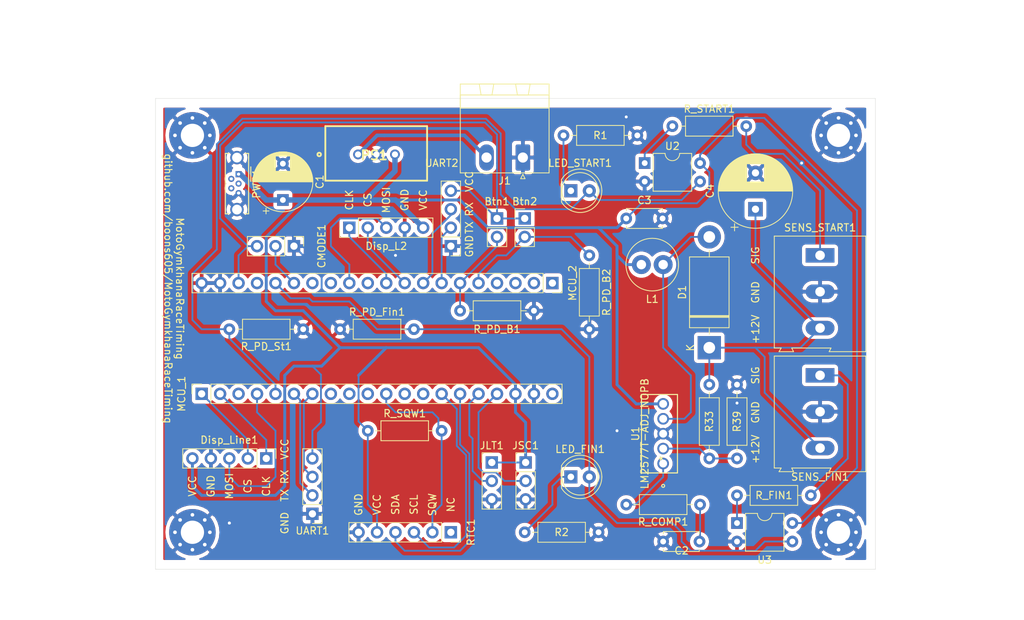
<source format=kicad_pcb>
(kicad_pcb (version 20171130) (host pcbnew "(5.1.6)-1")
  (title_block (title "Moto Gymkhana Race Timing main board") (date 2020-06-23) (rev 2) (company https://github.com/boons605/MotoGymkhanaRaceTiming))
  (layers (0 F.Cu signal hide) (31 B.Cu signal) (34 B.Paste user) (35 F.Paste user) (36 B.SilkS user) (37 F.SilkS user) (38 B.Mask user) (39 F.Mask user) (44 Edge.Cuts user))
  (net 0 "")
  (net 1 "Net-(C2-Pad2)")
  (net 2 "Net-(D1-Pad2)")
  (net 3 "Net-(Disp_L2-Pad3)")
  (net 4 "Net-(Disp_L2-Pad2)")
  (net 5 "Net-(Disp_L2-Pad1)")
  (net 6 "Net-(Disp_Line1-Pad3)")
  (net 7 "Net-(Disp_Line1-Pad2)")
  (net 8 "Net-(Disp_Line1-Pad1)")
  (net 9 "Net-(LED_FIN1-Pad2)")
  (net 10 "Net-(LED_FIN1-Pad1)")
  (net 11 "Net-(LED_START1-Pad2)")
  (net 12 "Net-(LED_START1-Pad1)")
  (net 13 "Net-(MCU_1-Pad20)")
  (net 14 "Net-(MCU_1-Pad15)")
  (net 15 "Net-(MCU_1-Pad14)")
  (net 16 "Net-(MCU_1-Pad13)")
  (net 17 "Net-(MCU_1-Pad12)")
  (net 18 "Net-(MCU_1-Pad11)")
  (net 19 "Net-(MCU_1-Pad10)")
  (net 20 "Net-(MCU_1-Pad9)")
  (net 21 "Net-(MCU_1-Pad8)")
  (net 22 "Net-(MCU_1-Pad7)")
  (net 23 "Net-(MCU_1-Pad6)")
  (net 24 "Net-(MCU_1-Pad3)")
  (net 25 "Net-(MCU_2-Pad17)")
  (net 26 "Net-(MCU_2-Pad14)")
  (net 27 "Net-(MCU_2-Pad13)")
  (net 28 "Net-(MCU_2-Pad7)")
  (net 29 "Net-(MCU_2-Pad4)")
  (net 30 "Net-(MCU_2-Pad3)")
  (net 31 "Net-(MCU_2-Pad2)")
  (net 32 "Net-(MCU_2-Pad1)")
  (net 33 "Net-(PWR1-Pad4)")
  (net 34 "Net-(PWR1-Pad3)")
  (net 35 "Net-(PWR1-Pad2)")
  (net 36 "Net-(R_COMP1-Pad2)")
  (net 37 "Net-(R_FIN1-Pad2)")
  (net 38 "Net-(R_FIN1-Pad1)")
  (net 39 "Net-(R_START1-Pad2)")
  (net 40 "Net-(R_START1-Pad1)")
  (net 41 "Net-(RTC1-Pad1)")
  (net 42 "Net-(JLT1-Pad2)")
  (net 43 "Net-(JSC1-Pad2)")
  (net 44 "Net-(MCU_2-Pad8)")
  (net 45 "Net-(MCU_2-Pad11)")
  (net 46 "Net-(CMODE1-Pad2)")
  (net 47 "Net-(Btn1-Pad2)")
  (net 48 "Net-(Btn1-Pad1)")
  (net 49 "Net-(Btn2-Pad2)")
  (net 50 "Net-(R33-Pad1)")
  (net 51 GND)
  (net 52 +5V)
  (net 53 /12V)
  (net 54 "Net-(J1-Pad2)")
  (module MotoGymkhanaRaceTiming:TSR-2 (layer F.Cu) (at 57.658 30.48)
    (fp_text reference PS1 (at 6.717 4.007) (layer F.SilkS) (effects (font (size 1.27 1.27) (thickness 0.254))))
    (fp_text value TSR_2-2450 hide)
    (pad 1 thru_hole circle (at 4.5 3.89) (size 1.35 1.35) (drill 0.85) (layers *.Cu *.Mask) (net 54 "Net-(J1-Pad2)"))
    (pad 2 thru_hole circle (at 7.04 3.89) (size 1.35 1.35) (drill 0.85) (layers *.Cu *.Mask) (net 51 GND))
    (pad 3 thru_hole circle (at 9.58 3.89) (size 1.35 1.35) (drill 0.85) (layers *.Cu *.Mask) (net 52 +5V))
  )
  (module Connector_Phoenix_MSTB:PhoenixContact_MSTBA_2,5_2-G_1x02_P5.00mm_Horizontal (layer F.Cu) (at 84.836 34.798 180)
    (fp_text reference J1 (at 2.5 -3.2) (layer F.SilkS))
    (fp_text value Screw_Terminal_01x02)
    (pad 2 thru_hole oval (at 5 0 180) (size 2 3.6) (drill 1.4) (layers *.Cu *.Mask) (net 54 "Net-(J1-Pad2)"))
    (pad 1 thru_hole roundrect (at 0 0 180) (size 2 3.6) (drill 1.4) (layers *.Cu *.Mask) (roundrect_rratio 0.125) (net 51 GND))
  )
  (module MotoGymkhanaRaceTiming:RTC_Socket (layer F.Cu) (at 74.93 86.36 270)
    (fp_text reference RTC1 (at 0 -2.77 90) (layer F.SilkS))
    (fp_text value Conn_01x06_Female)
    (fp_text user GND (at -3.81 12.7 90) (layer F.SilkS))
    (fp_text user VCC (at -3.81 10.16 90) (layer F.SilkS))
    (fp_text user SDA (at -3.81 7.62 90) (layer F.SilkS))
    (fp_text user SCL (at -3.81 5.08 90) (layer F.SilkS))
    (fp_text user SQW (at -3.81 2.54 90) (layer F.SilkS))
    (fp_text user NC (at -3.81 0 90) (layer F.SilkS))
    (pad 6 thru_hole oval (at 0 12.7 270) (size 1.7 1.7) (drill 1) (layers *.Cu *.Mask) (net 51 GND))
    (pad 5 thru_hole oval (at 0 10.16 270) (size 1.7 1.7) (drill 1) (layers *.Cu *.Mask) (net 52 +5V))
    (pad 4 thru_hole oval (at 0 7.62 270) (size 1.7 1.7) (drill 1) (layers *.Cu *.Mask) (net 14 "Net-(MCU_1-Pad15)"))
    (pad 3 thru_hole oval (at 0 5.08 270) (size 1.7 1.7) (drill 1) (layers *.Cu *.Mask) (net 15 "Net-(MCU_1-Pad14)"))
    (pad 2 thru_hole oval (at 0 2.54 270) (size 1.7 1.7) (drill 1) (layers *.Cu *.Mask) (net 18 "Net-(MCU_1-Pad11)"))
    (pad 1 thru_hole rect (at 0 0 270) (size 1.7 1.7) (drill 1) (layers *.Cu *.Mask) (net 41 "Net-(RTC1-Pad1)"))
  )
  (module MotoGymkhanaRaceTiming:UART (layer F.Cu) (at 74.93 46.99 180)
    (fp_text reference UART2 (at 1.27 11.43) (layer F.SilkS))
    (fp_text value Conn_01x04_Male)
    (fp_text user TX (at -2.54 2.54 90) (layer F.SilkS))
    (fp_text user RX (at -2.54 5.08 90) (layer F.SilkS))
    (fp_text user GND (at -2.54 0 90) (layer F.SilkS))
    (fp_text user VCC (at -2.54 8.89 90) (layer F.SilkS))
    (pad 4 thru_hole oval (at 0 7.62 180) (size 1.7 1.7) (drill 1) (layers *.Cu *.Mask) (net 48 "Net-(Btn1-Pad1)"))
    (pad 3 thru_hole oval (at 0 5.08 180) (size 1.7 1.7) (drill 1) (layers *.Cu *.Mask) (net 44 "Net-(MCU_2-Pad8)"))
    (pad 2 thru_hole oval (at 0 2.54 180) (size 1.7 1.7) (drill 1) (layers *.Cu *.Mask) (net 28 "Net-(MCU_2-Pad7)"))
    (pad 1 thru_hole rect (at 0 0 180) (size 1.7 1.7) (drill 1) (layers *.Cu *.Mask) (net 51 GND))
  )
  (module MotoGymkhanaRaceTiming:SensorConnector (layer F.Cu) (at 125.73 48.26 270)
    (fp_text reference SENS_START1 (at -3.81 0 180) (layer F.SilkS))
    (fp_text value Screw_Terminal_01x03)
    (fp_text user SIG (at 0 8.89 90) (layer F.SilkS))
    (fp_text user +12V (at 10.16 8.89 90) (layer F.SilkS))
    (fp_text user GND (at 5.08 8.89 90) (layer F.SilkS))
    (pad 3 thru_hole oval (at 10 0 270) (size 1.98 3.96) (drill 1.32) (layers *.Cu *.Mask) (net 53 /12V))
    (pad 2 thru_hole oval (at 5 0 270) (size 1.98 3.96) (drill 1.32) (layers *.Cu *.Mask) (net 51 GND))
    (pad 1 thru_hole rect (at 0 0 270) (size 1.98 3.96) (drill 1.32) (layers *.Cu *.Mask) (net 39 "Net-(R_START1-Pad2)"))
  )
  (module MotoGymkhanaRaceTiming:SensorConnector (layer F.Cu) (at 125.73 64.77 270)
    (fp_text reference SENS_FIN1 (at 13.97 0 180) (layer F.SilkS))
    (fp_text value Screw_Terminal_01x03)
    (fp_text user SIG (at 0 8.89 90) (layer F.SilkS))
    (fp_text user +12V (at 10.16 8.89 90) (layer F.SilkS))
    (fp_text user GND (at 5.08 8.89 90) (layer F.SilkS))
    (pad 3 thru_hole oval (at 10 0 270) (size 1.98 3.96) (drill 1.32) (layers *.Cu *.Mask) (net 53 /12V))
    (pad 2 thru_hole oval (at 5 0 270) (size 1.98 3.96) (drill 1.32) (layers *.Cu *.Mask) (net 51 GND))
    (pad 1 thru_hole rect (at 0 0 270) (size 1.98 3.96) (drill 1.32) (layers *.Cu *.Mask) (net 38 "Net-(R_FIN1-Pad1)"))
  )
  (module MotoGymkhanaRaceTiming:UART (layer F.Cu) (at 55.88 83.82 180)
    (fp_text reference UART1 (at 0 -2.33) (layer F.SilkS))
    (fp_text value Conn_01x04_Male)
    (fp_text user TX (at 3.81 2.54 90) (layer F.SilkS))
    (fp_text user RX (at 3.81 5.08 90) (layer F.SilkS))
    (fp_text user GND (at 3.81 -1.27 90) (layer F.SilkS))
    (fp_text user VCC (at 3.81 8.89 90) (layer F.SilkS))
    (pad 4 thru_hole oval (at 0 7.62 180) (size 1.7 1.7) (drill 1) (layers *.Cu *.Mask) (net 52 +5V))
    (pad 3 thru_hole oval (at 0 5.08 180) (size 1.7 1.7) (drill 1) (layers *.Cu *.Mask) (net 22 "Net-(MCU_1-Pad7)"))
    (pad 2 thru_hole oval (at 0 2.54 180) (size 1.7 1.7) (drill 1) (layers *.Cu *.Mask) (net 23 "Net-(MCU_1-Pad6)"))
    (pad 1 thru_hole rect (at 0 0 180) (size 1.7 1.7) (drill 1) (layers *.Cu *.Mask) (net 51 GND))
  )
  (module MotoGymkhanaRaceTiming:DisplayLineConnector (layer F.Cu) (at 49.53 76.2 270)
    (fp_text reference Disp_Line1 (at -2.54 5.08 180) (layer F.SilkS))
    (fp_text value Conn_01x05_Male)
    (fp_text user CLK (at 3.81 0 90) (layer F.SilkS))
    (fp_text user CS (at 3.81 2.54 90) (layer F.SilkS))
    (fp_text user MOSI (at 3.81 5.08 90) (layer F.SilkS))
    (fp_text user GND (at 3.81 7.62 90) (layer F.SilkS))
    (fp_text user VCC (at 3.81 10.16 90) (layer F.SilkS))
    (pad 5 thru_hole oval (at 0 10.16 270) (size 1.7 1.7) (drill 1) (layers *.Cu *.Mask) (net 52 +5V))
    (pad 4 thru_hole oval (at 0 7.62 270) (size 1.7 1.7) (drill 1) (layers *.Cu *.Mask) (net 51 GND))
    (pad 3 thru_hole oval (at 0 5.08 270) (size 1.7 1.7) (drill 1) (layers *.Cu *.Mask) (net 6 "Net-(Disp_Line1-Pad3)"))
    (pad 2 thru_hole oval (at 0 2.54 270) (size 1.7 1.7) (drill 1) (layers *.Cu *.Mask) (net 7 "Net-(Disp_Line1-Pad2)"))
    (pad 1 thru_hole rect (at 0 0 270) (size 1.7 1.7) (drill 1) (layers *.Cu *.Mask) (net 8 "Net-(Disp_Line1-Pad1)"))
  )
  (module MotoGymkhanaRaceTiming:DisplayLineConnector (layer F.Cu) (at 60.96 44.45 90)
    (fp_text reference Disp_L2 (at -2.54 5.08 180) (layer F.SilkS))
    (fp_text value Conn_01x05_Male)
    (fp_text user CLK (at 3.81 0 90) (layer F.SilkS))
    (fp_text user CS (at 3.81 2.54 90) (layer F.SilkS))
    (fp_text user MOSI (at 3.81 5.08 90) (layer F.SilkS))
    (fp_text user GND (at 3.81 7.62 90) (layer F.SilkS))
    (fp_text user VCC (at 3.81 10.16 90) (layer F.SilkS))
    (pad 5 thru_hole oval (at 0 10.16 90) (size 1.7 1.7) (drill 1) (layers *.Cu *.Mask) (net 52 +5V))
    (pad 4 thru_hole oval (at 0 7.62 90) (size 1.7 1.7) (drill 1) (layers *.Cu *.Mask) (net 51 GND))
    (pad 3 thru_hole oval (at 0 5.08 90) (size 1.7 1.7) (drill 1) (layers *.Cu *.Mask) (net 3 "Net-(Disp_L2-Pad3)"))
    (pad 2 thru_hole oval (at 0 2.54 90) (size 1.7 1.7) (drill 1) (layers *.Cu *.Mask) (net 4 "Net-(Disp_L2-Pad2)"))
    (pad 1 thru_hole rect (at 0 0 90) (size 1.7 1.7) (drill 1) (layers *.Cu *.Mask) (net 5 "Net-(Disp_L2-Pad1)"))
  )
  (module MountingHole:MountingHole_3.2mm_M3_Pad_Via (layer F.Cu) (at 39.37 31.75)
    (fp_text reference H4 hide)
    (fp_text value MountingHole_Pad)
    (pad 1 thru_hole circle (at 1.697056 -1.697056) (size 0.8 0.8) (drill 0.5) (layers *.Cu *.Mask) (net 51 GND))
    (pad 1 thru_hole circle (at 0 -2.4) (size 0.8 0.8) (drill 0.5) (layers *.Cu *.Mask) (net 51 GND))
    (pad 1 thru_hole circle (at -1.697056 -1.697056) (size 0.8 0.8) (drill 0.5) (layers *.Cu *.Mask) (net 51 GND))
    (pad 1 thru_hole circle (at -2.4 0) (size 0.8 0.8) (drill 0.5) (layers *.Cu *.Mask) (net 51 GND))
    (pad 1 thru_hole circle (at -1.697056 1.697056) (size 0.8 0.8) (drill 0.5) (layers *.Cu *.Mask) (net 51 GND))
    (pad 1 thru_hole circle (at 0 2.4) (size 0.8 0.8) (drill 0.5) (layers *.Cu *.Mask) (net 51 GND))
    (pad 1 thru_hole circle (at 1.697056 1.697056) (size 0.8 0.8) (drill 0.5) (layers *.Cu *.Mask) (net 51 GND))
    (pad 1 thru_hole circle (at 2.4 0) (size 0.8 0.8) (drill 0.5) (layers *.Cu *.Mask) (net 51 GND))
    (pad 1 thru_hole circle (at 0 0) (size 6.4 6.4) (drill 3.2) (layers *.Cu *.Mask) (net 51 GND))
  )
  (module Capacitor_THT:CP_Radial_D8.0mm_P5.00mm (layer F.Cu) (at 51.816 40.64 90)
    (fp_text reference C1 (at 2.5 5.08 90) (layer F.SilkS))
    (fp_text value 100uF)
    (pad 2 thru_hole circle (at 5 0 90) (size 1.6 1.6) (drill 0.8) (layers *.Cu *.Mask) (net 51 GND))
    (pad 1 thru_hole rect (at 0 0 90) (size 1.6 1.6) (drill 0.8) (layers *.Cu *.Mask) (net 52 +5V))
  )
  (module MountingHole:MountingHole_3.2mm_M3_Pad_Via (layer F.Cu) (at 39.37 86.36)
    (fp_text reference H3 hide)
    (fp_text value MountingHole_Pad)
    (pad 1 thru_hole circle (at 1.697056 -1.697056) (size 0.8 0.8) (drill 0.5) (layers *.Cu *.Mask) (net 51 GND))
    (pad 1 thru_hole circle (at 0 -2.4) (size 0.8 0.8) (drill 0.5) (layers *.Cu *.Mask) (net 51 GND))
    (pad 1 thru_hole circle (at -1.697056 -1.697056) (size 0.8 0.8) (drill 0.5) (layers *.Cu *.Mask) (net 51 GND))
    (pad 1 thru_hole circle (at -2.4 0) (size 0.8 0.8) (drill 0.5) (layers *.Cu *.Mask) (net 51 GND))
    (pad 1 thru_hole circle (at -1.697056 1.697056) (size 0.8 0.8) (drill 0.5) (layers *.Cu *.Mask) (net 51 GND))
    (pad 1 thru_hole circle (at 0 2.4) (size 0.8 0.8) (drill 0.5) (layers *.Cu *.Mask) (net 51 GND))
    (pad 1 thru_hole circle (at 1.697056 1.697056) (size 0.8 0.8) (drill 0.5) (layers *.Cu *.Mask) (net 51 GND))
    (pad 1 thru_hole circle (at 2.4 0) (size 0.8 0.8) (drill 0.5) (layers *.Cu *.Mask) (net 51 GND))
    (pad 1 thru_hole circle (at 0 0) (size 6.4 6.4) (drill 3.2) (layers *.Cu *.Mask) (net 51 GND))
  )
  (module MountingHole:MountingHole_3.2mm_M3_Pad_Via (layer F.Cu) (at 128.27 86.36)
    (fp_text reference H2 hide)
    (fp_text value MountingHole_Pad)
    (pad 1 thru_hole circle (at 1.697056 -1.697056) (size 0.8 0.8) (drill 0.5) (layers *.Cu *.Mask) (net 51 GND))
    (pad 1 thru_hole circle (at 0 -2.4) (size 0.8 0.8) (drill 0.5) (layers *.Cu *.Mask) (net 51 GND))
    (pad 1 thru_hole circle (at -1.697056 -1.697056) (size 0.8 0.8) (drill 0.5) (layers *.Cu *.Mask) (net 51 GND))
    (pad 1 thru_hole circle (at -2.4 0) (size 0.8 0.8) (drill 0.5) (layers *.Cu *.Mask) (net 51 GND))
    (pad 1 thru_hole circle (at -1.697056 1.697056) (size 0.8 0.8) (drill 0.5) (layers *.Cu *.Mask) (net 51 GND))
    (pad 1 thru_hole circle (at 0 2.4) (size 0.8 0.8) (drill 0.5) (layers *.Cu *.Mask) (net 51 GND))
    (pad 1 thru_hole circle (at 1.697056 1.697056) (size 0.8 0.8) (drill 0.5) (layers *.Cu *.Mask) (net 51 GND))
    (pad 1 thru_hole circle (at 2.4 0) (size 0.8 0.8) (drill 0.5) (layers *.Cu *.Mask) (net 51 GND))
    (pad 1 thru_hole circle (at 0 0) (size 6.4 6.4) (drill 3.2) (layers *.Cu *.Mask) (net 51 GND))
  )
  (module MountingHole:MountingHole_3.2mm_M3_Pad_Via (layer F.Cu) (at 128.27 31.75)
    (fp_text reference H1 hide)
    (fp_text value MountingHole_Pad)
    (pad 1 thru_hole circle (at 1.697056 -1.697056) (size 0.8 0.8) (drill 0.5) (layers *.Cu *.Mask) (net 51 GND))
    (pad 1 thru_hole circle (at 0 -2.4) (size 0.8 0.8) (drill 0.5) (layers *.Cu *.Mask) (net 51 GND))
    (pad 1 thru_hole circle (at -1.697056 -1.697056) (size 0.8 0.8) (drill 0.5) (layers *.Cu *.Mask) (net 51 GND))
    (pad 1 thru_hole circle (at -2.4 0) (size 0.8 0.8) (drill 0.5) (layers *.Cu *.Mask) (net 51 GND))
    (pad 1 thru_hole circle (at -1.697056 1.697056) (size 0.8 0.8) (drill 0.5) (layers *.Cu *.Mask) (net 51 GND))
    (pad 1 thru_hole circle (at 0 2.4) (size 0.8 0.8) (drill 0.5) (layers *.Cu *.Mask) (net 51 GND))
    (pad 1 thru_hole circle (at 1.697056 1.697056) (size 0.8 0.8) (drill 0.5) (layers *.Cu *.Mask) (net 51 GND))
    (pad 1 thru_hole circle (at 2.4 0) (size 0.8 0.8) (drill 0.5) (layers *.Cu *.Mask) (net 51 GND))
    (pad 1 thru_hole circle (at 0 0) (size 6.4 6.4) (drill 3.2) (layers *.Cu *.Mask) (net 51 GND))
  )
  (module Capacitor_THT:CP_Radial_D10.0mm_P5.00mm (layer F.Cu) (at 116.84 41.91 90)
    (fp_text reference C4 (at 2.5 -6.25 90) (layer F.SilkS))
    (fp_text value 680uF)
    (pad 2 thru_hole circle (at 5 0 90) (size 2 2) (drill 1) (layers *.Cu *.Mask) (net 51 GND))
    (pad 1 thru_hole rect (at 0 0 90) (size 2 2) (drill 1) (layers *.Cu *.Mask) (net 53 /12V))
  )
  (module Resistor_THT:R_Axial_DIN0207_L6.3mm_D2.5mm_P10.16mm_Horizontal (layer F.Cu) (at 105.41 30.48)
    (fp_text reference R_START1 (at 5.08 -2.37) (layer F.SilkS))
    (fp_text value 470)
    (pad 2 thru_hole oval (at 10.16 0) (size 1.6 1.6) (drill 0.8) (layers *.Cu *.Mask) (net 39 "Net-(R_START1-Pad2)"))
    (pad 1 thru_hole circle (at 0 0) (size 1.6 1.6) (drill 0.8) (layers *.Cu *.Mask) (net 40 "Net-(R_START1-Pad1)"))
  )
  (module Connector_PinHeader_2.54mm:PinHeader_1x03_P2.54mm_Vertical (layer F.Cu) (at 80.565001 76.755001)
    (fp_text reference JLT1 (at 0 -2.33) (layer F.SilkS))
    (fp_text value Conn_01x03_Male)
    (pad 3 thru_hole oval (at 0 5.08) (size 1.7 1.7) (drill 1) (layers *.Cu *.Mask) (net 51 GND))
    (pad 2 thru_hole oval (at 0 2.54) (size 1.7 1.7) (drill 1) (layers *.Cu *.Mask) (net 42 "Net-(JLT1-Pad2)"))
    (pad 1 thru_hole rect (at 0 0) (size 1.7 1.7) (drill 1) (layers *.Cu *.Mask) (net 52 +5V))
  )
  (module footprints:LM2577T-ADJ&slash_NOPB (layer F.Cu) (at 104.14 76.2 90)
    (fp_text reference U1 (at 3.4036 -3.81 90) (layer F.SilkS))
    (fp_text value LM2577T-ADJ_NOPB (at 3.4036 -2.54 90) (layer F.SilkS))
    (fp_text user * (at 0 0 90) (layer F.SilkS))
    (pad 5 thru_hole circle (at 7.5072 0 90) (size 1.6002 1.6002) (drill 1.0922) (layers *.Cu *.Mask) (net 52 +5V))
    (pad 4 thru_hole circle (at 5.4554 0 90) (size 1.6002 1.6002) (drill 1.0922) (layers *.Cu *.Mask) (net 2 "Net-(D1-Pad2)"))
    (pad 3 thru_hole circle (at 3.4036 0 90) (size 1.6002 1.6002) (drill 1.0922) (layers *.Cu *.Mask) (net 51 GND))
    (pad 2 thru_hole circle (at 1.3518 0 90) (size 1.6002 1.6002) (drill 1.0922) (layers *.Cu *.Mask) (net 50 "Net-(R33-Pad1)"))
    (pad 1 thru_hole circle (at -0.7 0 90) (size 1.6002 1.6002) (drill 1.0922) (layers *.Cu *.Mask) (net 36 "Net-(R_COMP1-Pad2)"))
  )
  (module Inductor_THT:L_Radial_D7.0mm_P3.00mm (layer F.Cu) (at 104.14 49.53 180)
    (fp_text reference L1 (at 1.5 -4.75) (layer F.SilkS))
    (fp_text value 100uH)
    (pad 2 thru_hole circle (at 3 0 180) (size 2.6 2.6) (drill 1.3) (layers *.Cu *.Mask) (net 52 +5V))
    (pad 1 thru_hole circle (at 0 0 180) (size 2.6 2.6) (drill 1.3) (layers *.Cu *.Mask) (net 2 "Net-(D1-Pad2)"))
  )
  (module Capacitor_THT:C_Disc_D4.7mm_W2.5mm_P5.00mm (layer F.Cu) (at 99.06 43.18)
    (fp_text reference C3 (at 2.5 -2.5) (layer F.SilkS))
    (fp_text value 0.1uF)
    (pad 2 thru_hole circle (at 5 0) (size 1.6 1.6) (drill 0.8) (layers *.Cu *.Mask) (net 51 GND))
    (pad 1 thru_hole circle (at 0 0) (size 1.6 1.6) (drill 0.8) (layers *.Cu *.Mask) (net 52 +5V))
  )
  (module Capacitor_THT:C_Disc_D4.7mm_W2.5mm_P5.00mm (layer F.Cu) (at 104.14 87.63)
    (fp_text reference C2 (at 2.54 1.27) (layer F.SilkS))
    (fp_text value 0.33uF)
    (pad 2 thru_hole circle (at 5 0) (size 1.6 1.6) (drill 0.8) (layers *.Cu *.Mask) (net 1 "Net-(C2-Pad2)"))
    (pad 1 thru_hole circle (at 0 0) (size 1.6 1.6) (drill 0.8) (layers *.Cu *.Mask) (net 51 GND))
  )
  (module Resistor_THT:R_Axial_DIN0207_L6.3mm_D2.5mm_P10.16mm_Horizontal (layer F.Cu) (at 93.98 48.26 270)
    (fp_text reference R_PD_B2 (at 5.08 -2.37 90) (layer F.SilkS))
    (fp_text value 10k)
    (pad 2 thru_hole oval (at 10.16 0 270) (size 1.6 1.6) (drill 0.8) (layers *.Cu *.Mask) (net 51 GND))
    (pad 1 thru_hole circle (at 0 0 270) (size 1.6 1.6) (drill 0.8) (layers *.Cu *.Mask) (net 49 "Net-(Btn2-Pad2)"))
  )
  (module Resistor_THT:R_Axial_DIN0207_L6.3mm_D2.5mm_P10.16mm_Horizontal (layer F.Cu) (at 76.2 55.88)
    (fp_text reference R_PD_B1 (at 5.08 2.54) (layer F.SilkS))
    (fp_text value 10k)
    (pad 2 thru_hole oval (at 10.16 0) (size 1.6 1.6) (drill 0.8) (layers *.Cu *.Mask) (net 51 GND))
    (pad 1 thru_hole circle (at 0 0) (size 1.6 1.6) (drill 0.8) (layers *.Cu *.Mask) (net 47 "Net-(Btn1-Pad2)"))
  )
  (module Resistor_THT:R_Axial_DIN0207_L6.3mm_D2.5mm_P10.16mm_Horizontal (layer F.Cu) (at 114.3 66.04 270)
    (fp_text reference R39 (at 5.08 0 90) (layer F.SilkS))
    (fp_text value 3k9)
    (pad 2 thru_hole oval (at 10.16 0 270) (size 1.6 1.6) (drill 0.8) (layers *.Cu *.Mask) (net 50 "Net-(R33-Pad1)"))
    (pad 1 thru_hole circle (at 0 0 270) (size 1.6 1.6) (drill 0.8) (layers *.Cu *.Mask) (net 51 GND))
  )
  (module Resistor_THT:R_Axial_DIN0207_L6.3mm_D2.5mm_P10.16mm_Horizontal (layer F.Cu) (at 110.49 76.2 90)
    (fp_text reference R33 (at 5.08 0 90) (layer F.SilkS))
    (fp_text value 33k)
    (pad 2 thru_hole oval (at 10.16 0 90) (size 1.6 1.6) (drill 0.8) (layers *.Cu *.Mask) (net 53 /12V))
    (pad 1 thru_hole circle (at 0 0 90) (size 1.6 1.6) (drill 0.8) (layers *.Cu *.Mask) (net 50 "Net-(R33-Pad1)"))
  )
  (module Connector_PinHeader_2.54mm:PinHeader_1x02_P2.54mm_Vertical (layer F.Cu) (at 85.09 43.18)
    (fp_text reference Btn2 (at 0 -2.33) (layer F.SilkS))
    (fp_text value Conn_01x02_Male)
    (pad 2 thru_hole oval (at 0 2.54) (size 1.7 1.7) (drill 1) (layers *.Cu *.Mask) (net 49 "Net-(Btn2-Pad2)"))
    (pad 1 thru_hole rect (at 0 0) (size 1.7 1.7) (drill 1) (layers *.Cu *.Mask) (net 48 "Net-(Btn1-Pad1)"))
  )
  (module Connector_PinHeader_2.54mm:PinHeader_1x02_P2.54mm_Vertical (layer F.Cu) (at 81.28 43.18)
    (fp_text reference Btn1 (at 0 -2.33) (layer F.SilkS))
    (fp_text value Conn_01x02_Male)
    (pad 2 thru_hole oval (at 0 2.54) (size 1.7 1.7) (drill 1) (layers *.Cu *.Mask) (net 47 "Net-(Btn1-Pad2)"))
    (pad 1 thru_hole rect (at 0 0) (size 1.7 1.7) (drill 1) (layers *.Cu *.Mask) (net 48 "Net-(Btn1-Pad1)"))
  )
  (module Connector_PinHeader_2.54mm:PinHeader_1x03_P2.54mm_Vertical (layer F.Cu) (at 53.34 46.99 270)
    (fp_text reference CMODE1 (at 0 -3.81 90) (layer F.SilkS))
    (fp_text value Conn_01x03_Male)
    (pad 3 thru_hole oval (at 0 5.08 270) (size 1.7 1.7) (drill 1) (layers *.Cu *.Mask) (net 48 "Net-(Btn1-Pad1)"))
    (pad 2 thru_hole oval (at 0 2.54 270) (size 1.7 1.7) (drill 1) (layers *.Cu *.Mask) (net 46 "Net-(CMODE1-Pad2)"))
    (pad 1 thru_hole rect (at 0 0 270) (size 1.7 1.7) (drill 1) (layers *.Cu *.Mask) (net 51 GND))
  )
  (module Connector_PinHeader_2.54mm:PinHeader_1x03_P2.54mm_Vertical (layer F.Cu) (at 85.215001 76.755001)
    (fp_text reference JSC1 (at 0 -2.33) (layer F.SilkS))
    (fp_text value Conn_01x03_Male)
    (pad 3 thru_hole oval (at 0 5.08) (size 1.7 1.7) (drill 1) (layers *.Cu *.Mask) (net 51 GND))
    (pad 2 thru_hole oval (at 0 2.54) (size 1.7 1.7) (drill 1) (layers *.Cu *.Mask) (net 43 "Net-(JSC1-Pad2)"))
    (pad 1 thru_hole rect (at 0 0) (size 1.7 1.7) (drill 1) (layers *.Cu *.Mask) (net 52 +5V))
  )
  (module Package_DIP:DIP-4_W7.62mm (layer F.Cu) (at 114.3 85.09)
    (fp_text reference U3 (at 3.81 5.08) (layer F.SilkS))
    (fp_text value PC817)
    (pad 4 thru_hole oval (at 7.62 0) (size 1.6 1.6) (drill 0.8) (layers *.Cu *.Mask) (net 52 +5V))
    (pad 2 thru_hole oval (at 0 2.54) (size 1.6 1.6) (drill 0.8) (layers *.Cu *.Mask) (net 51 GND))
    (pad 3 thru_hole oval (at 7.62 2.54) (size 1.6 1.6) (drill 0.8) (layers *.Cu *.Mask) (net 9 "Net-(LED_FIN1-Pad2)"))
    (pad 1 thru_hole rect (at 0 0) (size 1.6 1.6) (drill 0.8) (layers *.Cu *.Mask) (net 37 "Net-(R_FIN1-Pad2)"))
  )
  (module Package_DIP:DIP-4_W7.62mm (layer F.Cu) (at 101.6 35.56)
    (fp_text reference U2 (at 3.81 -2.33) (layer F.SilkS))
    (fp_text value PC817)
    (pad 4 thru_hole oval (at 7.62 0) (size 1.6 1.6) (drill 0.8) (layers *.Cu *.Mask) (net 52 +5V))
    (pad 2 thru_hole oval (at 0 2.54) (size 1.6 1.6) (drill 0.8) (layers *.Cu *.Mask) (net 51 GND))
    (pad 3 thru_hole oval (at 7.62 2.54) (size 1.6 1.6) (drill 0.8) (layers *.Cu *.Mask) (net 11 "Net-(LED_START1-Pad2)"))
    (pad 1 thru_hole rect (at 0 0) (size 1.6 1.6) (drill 0.8) (layers *.Cu *.Mask) (net 40 "Net-(R_START1-Pad1)"))
  )
  (module Resistor_THT:R_Axial_DIN0207_L6.3mm_D2.5mm_P10.16mm_Horizontal (layer F.Cu) (at 63.5 72.39)
    (fp_text reference R_SQW1 (at 5.08 -2.37) (layer F.SilkS))
    (fp_text value 1k)
    (pad 2 thru_hole oval (at 10.16 0) (size 1.6 1.6) (drill 0.8) (layers *.Cu *.Mask) (net 18 "Net-(MCU_1-Pad11)"))
    (pad 1 thru_hole circle (at 0 0) (size 1.6 1.6) (drill 0.8) (layers *.Cu *.Mask) (net 52 +5V))
  )
  (module Resistor_THT:R_Axial_DIN0207_L6.3mm_D2.5mm_P10.16mm_Horizontal (layer F.Cu) (at 54.61 58.42 180)
    (fp_text reference R_PD_St1 (at 5.08 -2.37) (layer F.SilkS))
    (fp_text value 10k)
    (pad 2 thru_hole oval (at 10.16 0 180) (size 1.6 1.6) (drill 0.8) (layers *.Cu *.Mask) (net 11 "Net-(LED_START1-Pad2)"))
    (pad 1 thru_hole circle (at 0 0 180) (size 1.6 1.6) (drill 0.8) (layers *.Cu *.Mask) (net 51 GND))
  )
  (module Resistor_THT:R_Axial_DIN0207_L6.3mm_D2.5mm_P10.16mm_Horizontal (layer F.Cu) (at 59.69 58.42)
    (fp_text reference R_PD_Fin1 (at 5.08 -2.37) (layer F.SilkS))
    (fp_text value 10k)
    (pad 2 thru_hole oval (at 10.16 0) (size 1.6 1.6) (drill 0.8) (layers *.Cu *.Mask) (net 9 "Net-(LED_FIN1-Pad2)"))
    (pad 1 thru_hole circle (at 0 0) (size 1.6 1.6) (drill 0.8) (layers *.Cu *.Mask) (net 51 GND))
  )
  (module Resistor_THT:R_Axial_DIN0207_L6.3mm_D2.5mm_P10.16mm_Horizontal (layer F.Cu) (at 124.46 81.28 180)
    (fp_text reference R_FIN1 (at 5.08 0) (layer F.SilkS))
    (fp_text value 470)
    (pad 2 thru_hole oval (at 10.16 0 180) (size 1.6 1.6) (drill 0.8) (layers *.Cu *.Mask) (net 37 "Net-(R_FIN1-Pad2)"))
    (pad 1 thru_hole circle (at 0 0 180) (size 1.6 1.6) (drill 0.8) (layers *.Cu *.Mask) (net 38 "Net-(R_FIN1-Pad1)"))
  )
  (module Resistor_THT:R_Axial_DIN0207_L6.3mm_D2.5mm_P10.16mm_Horizontal (layer F.Cu) (at 109.22 82.55 180)
    (fp_text reference R_COMP1 (at 5.08 -2.37) (layer F.SilkS))
    (fp_text value 2k2)
    (pad 2 thru_hole oval (at 10.16 0 180) (size 1.6 1.6) (drill 0.8) (layers *.Cu *.Mask) (net 36 "Net-(R_COMP1-Pad2)"))
    (pad 1 thru_hole circle (at 0 0 180) (size 1.6 1.6) (drill 0.8) (layers *.Cu *.Mask) (net 1 "Net-(C2-Pad2)"))
  )
  (module Resistor_THT:R_Axial_DIN0207_L6.3mm_D2.5mm_P10.16mm_Horizontal (layer F.Cu) (at 95.25 86.36 180)
    (fp_text reference R2 (at 5.08 0) (layer F.SilkS))
    (fp_text value 220R)
    (pad 2 thru_hole oval (at 10.16 0 180) (size 1.6 1.6) (drill 0.8) (layers *.Cu *.Mask) (net 10 "Net-(LED_FIN1-Pad1)"))
    (pad 1 thru_hole circle (at 0 0 180) (size 1.6 1.6) (drill 0.8) (layers *.Cu *.Mask) (net 51 GND))
  )
  (module Resistor_THT:R_Axial_DIN0207_L6.3mm_D2.5mm_P10.16mm_Horizontal (layer F.Cu) (at 100.584 31.75 180)
    (fp_text reference R1 (at 5.08 0) (layer F.SilkS))
    (fp_text value 220R)
    (pad 1 thru_hole circle (at 0 0 180) (size 1.6 1.6) (drill 0.8) (layers *.Cu *.Mask) (net 51 GND))
    (pad 2 thru_hole oval (at 10.16 0 180) (size 1.6 1.6) (drill 0.8) (layers *.Cu *.Mask) (net 12 "Net-(LED_START1-Pad1)"))
  )
  (module Connector_USB:USB_Micro-B_Wuerth_614105150721_Vertical_CircularHoles (layer F.Cu) (at 45.72 37.084 270)
    (fp_text reference PWR1 (at 1.3 -2.48 90) (layer F.SilkS))
    (fp_text value USB_B_Micro)
    (pad 6 thru_hole circle (at 4.875 0.22 270) (size 1.85 1.85) (drill 1.35) (layers *.Cu *.Mask) (net 51 GND))
    (pad 6 thru_hole circle (at -2.275 0.22 270) (size 1.85 1.85) (drill 1.35) (layers *.Cu *.Mask) (net 51 GND))
    (pad 5 thru_hole circle (at 2.6 0 270) (size 0.84 0.84) (drill 0.44) (layers *.Cu *.Mask) (net 51 GND))
    (pad 4 thru_hole circle (at 1.95 1 270) (size 0.84 0.84) (drill 0.44) (layers *.Cu *.Mask) (net 33 "Net-(PWR1-Pad4)"))
    (pad 3 thru_hole circle (at 1.3 0 270) (size 0.84 0.84) (drill 0.44) (layers *.Cu *.Mask) (net 34 "Net-(PWR1-Pad3)"))
    (pad 2 thru_hole circle (at 0.65 1 270) (size 0.84 0.84) (drill 0.44) (layers *.Cu *.Mask) (net 35 "Net-(PWR1-Pad2)"))
    (pad 1 thru_hole rect (at 0 0 270) (size 0.84 0.84) (drill 0.44) (layers *.Cu *.Mask) (net 52 +5V))
  )
  (module Connector_PinSocket_2.54mm:PinSocket_1x20_P2.54mm_Vertical (layer F.Cu) (at 88.9 52.07 270)
    (fp_text reference MCU_2 (at 0 -2.77 90) (layer F.SilkS))
    (fp_text value Conn_01x20_Female)
    (pad 20 thru_hole oval (at 0 48.26 270) (size 1.7 1.7) (drill 1) (layers *.Cu *.Mask) (net 51 GND))
    (pad 19 thru_hole oval (at 0 45.72 270) (size 1.7 1.7) (drill 1) (layers *.Cu *.Mask) (net 51 GND))
    (pad 18 thru_hole oval (at 0 43.18 270) (size 1.7 1.7) (drill 1) (layers *.Cu *.Mask) (net 48 "Net-(Btn1-Pad1)"))
    (pad 17 thru_hole oval (at 0 40.64 270) (size 1.7 1.7) (drill 1) (layers *.Cu *.Mask) (net 25 "Net-(MCU_2-Pad17)"))
    (pad 16 thru_hole oval (at 0 38.1 270) (size 1.7 1.7) (drill 1) (layers *.Cu *.Mask) (net 9 "Net-(LED_FIN1-Pad2)"))
    (pad 15 thru_hole oval (at 0 35.56 270) (size 1.7 1.7) (drill 1) (layers *.Cu *.Mask) (net 46 "Net-(CMODE1-Pad2)"))
    (pad 14 thru_hole oval (at 0 33.02 270) (size 1.7 1.7) (drill 1) (layers *.Cu *.Mask) (net 26 "Net-(MCU_2-Pad14)"))
    (pad 13 thru_hole oval (at 0 30.48 270) (size 1.7 1.7) (drill 1) (layers *.Cu *.Mask) (net 27 "Net-(MCU_2-Pad13)"))
    (pad 12 thru_hole oval (at 0 27.94 270) (size 1.7 1.7) (drill 1) (layers *.Cu *.Mask) (net 3 "Net-(Disp_L2-Pad3)"))
    (pad 11 thru_hole oval (at 0 25.4 270) (size 1.7 1.7) (drill 1) (layers *.Cu *.Mask) (net 45 "Net-(MCU_2-Pad11)"))
    (pad 10 thru_hole oval (at 0 22.86 270) (size 1.7 1.7) (drill 1) (layers *.Cu *.Mask) (net 5 "Net-(Disp_L2-Pad1)"))
    (pad 9 thru_hole oval (at 0 20.32 270) (size 1.7 1.7) (drill 1) (layers *.Cu *.Mask) (net 4 "Net-(Disp_L2-Pad2)"))
    (pad 8 thru_hole oval (at 0 17.78 270) (size 1.7 1.7) (drill 1) (layers *.Cu *.Mask) (net 44 "Net-(MCU_2-Pad8)"))
    (pad 7 thru_hole oval (at 0 15.24 270) (size 1.7 1.7) (drill 1) (layers *.Cu *.Mask) (net 28 "Net-(MCU_2-Pad7)"))
    (pad 6 thru_hole oval (at 0 12.7 270) (size 1.7 1.7) (drill 1) (layers *.Cu *.Mask) (net 47 "Net-(Btn1-Pad2)"))
    (pad 5 thru_hole oval (at 0 10.16 270) (size 1.7 1.7) (drill 1) (layers *.Cu *.Mask) (net 49 "Net-(Btn2-Pad2)"))
    (pad 4 thru_hole oval (at 0 7.62 270) (size 1.7 1.7) (drill 1) (layers *.Cu *.Mask) (net 29 "Net-(MCU_2-Pad4)"))
    (pad 3 thru_hole oval (at 0 5.08 270) (size 1.7 1.7) (drill 1) (layers *.Cu *.Mask) (net 30 "Net-(MCU_2-Pad3)"))
    (pad 2 thru_hole oval (at 0 2.54 270) (size 1.7 1.7) (drill 1) (layers *.Cu *.Mask) (net 31 "Net-(MCU_2-Pad2)"))
    (pad 1 thru_hole rect (at 0 0 270) (size 1.7 1.7) (drill 1) (layers *.Cu *.Mask) (net 32 "Net-(MCU_2-Pad1)"))
  )
  (module Connector_PinSocket_2.54mm:PinSocket_1x20_P2.54mm_Vertical (layer F.Cu) (at 40.64 67.31 90)
    (fp_text reference MCU_1 (at 0 -2.77 90) (layer F.SilkS))
    (fp_text value Conn_01x20_Female)
    (pad 20 thru_hole oval (at 0 48.26 90) (size 1.7 1.7) (drill 1) (layers *.Cu *.Mask) (net 13 "Net-(MCU_1-Pad20)"))
    (pad 19 thru_hole oval (at 0 45.72 90) (size 1.7 1.7) (drill 1) (layers *.Cu *.Mask) (net 51 GND))
    (pad 18 thru_hole oval (at 0 43.18 90) (size 1.7 1.7) (drill 1) (layers *.Cu *.Mask) (net 52 +5V))
    (pad 17 thru_hole oval (at 0 40.64 90) (size 1.7 1.7) (drill 1) (layers *.Cu *.Mask) (net 43 "Net-(JSC1-Pad2)"))
    (pad 16 thru_hole oval (at 0 38.1 90) (size 1.7 1.7) (drill 1) (layers *.Cu *.Mask) (net 42 "Net-(JLT1-Pad2)"))
    (pad 15 thru_hole oval (at 0 35.56 90) (size 1.7 1.7) (drill 1) (layers *.Cu *.Mask) (net 14 "Net-(MCU_1-Pad15)"))
    (pad 14 thru_hole oval (at 0 33.02 90) (size 1.7 1.7) (drill 1) (layers *.Cu *.Mask) (net 15 "Net-(MCU_1-Pad14)"))
    (pad 13 thru_hole oval (at 0 30.48 90) (size 1.7 1.7) (drill 1) (layers *.Cu *.Mask) (net 16 "Net-(MCU_1-Pad13)"))
    (pad 12 thru_hole oval (at 0 27.94 90) (size 1.7 1.7) (drill 1) (layers *.Cu *.Mask) (net 17 "Net-(MCU_1-Pad12)"))
    (pad 11 thru_hole oval (at 0 25.4 90) (size 1.7 1.7) (drill 1) (layers *.Cu *.Mask) (net 18 "Net-(MCU_1-Pad11)"))
    (pad 10 thru_hole oval (at 0 22.86 90) (size 1.7 1.7) (drill 1) (layers *.Cu *.Mask) (net 19 "Net-(MCU_1-Pad10)"))
    (pad 9 thru_hole oval (at 0 20.32 90) (size 1.7 1.7) (drill 1) (layers *.Cu *.Mask) (net 20 "Net-(MCU_1-Pad9)"))
    (pad 8 thru_hole oval (at 0 17.78 90) (size 1.7 1.7) (drill 1) (layers *.Cu *.Mask) (net 21 "Net-(MCU_1-Pad8)"))
    (pad 7 thru_hole oval (at 0 15.24 90) (size 1.7 1.7) (drill 1) (layers *.Cu *.Mask) (net 22 "Net-(MCU_1-Pad7)"))
    (pad 6 thru_hole oval (at 0 12.7 90) (size 1.7 1.7) (drill 1) (layers *.Cu *.Mask) (net 23 "Net-(MCU_1-Pad6)"))
    (pad 5 thru_hole oval (at 0 10.16 90) (size 1.7 1.7) (drill 1) (layers *.Cu *.Mask) (net 11 "Net-(LED_START1-Pad2)"))
    (pad 4 thru_hole oval (at 0 7.62 90) (size 1.7 1.7) (drill 1) (layers *.Cu *.Mask) (net 6 "Net-(Disp_Line1-Pad3)"))
    (pad 3 thru_hole oval (at 0 5.08 90) (size 1.7 1.7) (drill 1) (layers *.Cu *.Mask) (net 24 "Net-(MCU_1-Pad3)"))
    (pad 2 thru_hole oval (at 0 2.54 90) (size 1.7 1.7) (drill 1) (layers *.Cu *.Mask) (net 8 "Net-(Disp_Line1-Pad1)"))
    (pad 1 thru_hole rect (at 0 0 90) (size 1.7 1.7) (drill 1) (layers *.Cu *.Mask) (net 7 "Net-(Disp_Line1-Pad2)"))
  )
  (module LED_THT:LED_D5.0mm (layer F.Cu) (at 91.44 39.37)
    (fp_text reference LED_START1 (at 1.27 -3.81) (layer F.SilkS))
    (fp_text value RED)
    (pad 2 thru_hole circle (at 2.54 0) (size 1.8 1.8) (drill 0.9) (layers *.Cu *.Mask) (net 11 "Net-(LED_START1-Pad2)"))
    (pad 1 thru_hole rect (at 0 0) (size 1.8 1.8) (drill 0.9) (layers *.Cu *.Mask) (net 12 "Net-(LED_START1-Pad1)"))
  )
  (module LED_THT:LED_D5.0mm (layer F.Cu) (at 91.44 78.74)
    (fp_text reference LED_FIN1 (at 1.27 -3.81) (layer F.SilkS))
    (fp_text value GREEN)
    (pad 2 thru_hole circle (at 2.54 0) (size 1.8 1.8) (drill 0.9) (layers *.Cu *.Mask) (net 9 "Net-(LED_FIN1-Pad2)"))
    (pad 1 thru_hole rect (at 0 0) (size 1.8 1.8) (drill 0.9) (layers *.Cu *.Mask) (net 10 "Net-(LED_FIN1-Pad1)"))
  )
  (module Diode_THT:D_DO-201AD_P15.24mm_Horizontal (layer F.Cu) (at 110.49 60.96 90)
    (fp_text reference D1 (at 7.62 -3.72 90) (layer F.SilkS))
    (fp_text value 1N5822)
    (fp_text user K (at 0 -2.6 90) (layer F.SilkS))
    (pad 2 thru_hole oval (at 15.24 0 90) (size 3.2 3.2) (drill 1.6) (layers *.Cu *.Mask) (net 2 "Net-(D1-Pad2)"))
    (pad 1 thru_hole rect (at 0 0 90) (size 3.2 3.2) (drill 1.6) (layers *.Cu *.Mask) (net 53 /12V))
  )
  (gr_line (start 34.29 91.44) (end 34.29 26.67) (layer Edge.Cuts) (width 0.05))
  (gr_line (start 133.35 91.44) (end 34.29 91.44) (layer Edge.Cuts) (width 0.05))
  (gr_line (start 133.35 26.67) (end 133.35 91.44) (layer Edge.Cuts) (width 0.05))
  (gr_line (start 34.29 26.67) (end 133.35 26.67) (layer Edge.Cuts) (width 0.05))
  (gr_text "MotoGymkhanaRaceTiming\ngithub.com/boons605/MotoGymkhanaRaceTiming" (at 36.83 52.832 270) (layer F.SilkS) (effects (font (size 1 1))))
  (segment (start 109.22 87.55) (end 109.14 87.63) (width 0.25) (layer B.Cu) (net 1))
  (segment (start 109.22 82.55) (end 109.22 87.55) (width 0.25) (layer B.Cu) (net 1))
  (segment (start 109.22 45.72) (end 110.49 45.72) (width 0.25) (layer B.Cu) (net 2))
  (segment (start 107.95 45.72) (end 104.14 49.53) (width 0.25) (layer B.Cu) (net 2))
  (segment (start 110.49 45.72) (end 107.95 45.72) (width 0.25) (layer B.Cu) (net 2))
  (segment (start 104.14 60.96) (end 104.14 49.53) (width 0.25) (layer B.Cu) (net 2))
  (segment (start 107.95 69.85) (end 107.95 64.77) (width 0.25) (layer B.Cu) (net 2))
  (segment (start 107.95 64.77) (end 104.14 60.96) (width 0.25) (layer B.Cu) (net 2))
  (segment (start 104.14 70.7446) (end 107.0554 70.7446) (width 0.25) (layer B.Cu) (net 2))
  (segment (start 107.0554 70.7446) (end 107.95 69.85) (width 0.25) (layer B.Cu) (net 2))
  (segment (start 60.96 49.53) (end 60.96 52.07) (width 0.25) (layer B.Cu) (net 3))
  (segment (start 64.77 43.18) (end 59.69 43.18) (width 0.25) (layer B.Cu) (net 3))
  (segment (start 58.42 46.99) (end 60.96 49.53) (width 0.25) (layer B.Cu) (net 3))
  (segment (start 59.69 43.18) (end 58.42 44.45) (width 0.25) (layer B.Cu) (net 3))
  (segment (start 66.04 44.45) (end 64.77 43.18) (width 0.25) (layer B.Cu) (net 3))
  (segment (start 58.42 44.45) (end 58.42 46.99) (width 0.25) (layer B.Cu) (net 3))
  (segment (start 63.5 46.99) (end 68.58 52.07) (width 0.25) (layer B.Cu) (net 4))
  (segment (start 63.5 44.45) (end 63.5 46.99) (width 0.25) (layer B.Cu) (net 4))
  (segment (start 60.96 44.45) (end 60.96 45.72) (width 0.25) (layer B.Cu) (net 5))
  (segment (start 66.04 50.8) (end 66.04 52.07) (width 0.25) (layer B.Cu) (net 5))
  (segment (start 60.96 45.72) (end 66.04 50.8) (width 0.25) (layer B.Cu) (net 5))
  (segment (start 44.45 76.2) (end 44.45 78.74) (width 0.25) (layer B.Cu) (net 6))
  (segment (start 44.45 78.74) (end 45.72 80.01) (width 0.25) (layer B.Cu) (net 6))
  (segment (start 48.26 67.31) (end 48.26 69.85) (width 0.25) (layer B.Cu) (net 6))
  (segment (start 48.26 69.85) (end 49.53 71.12) (width 0.25) (layer B.Cu) (net 6))
  (segment (start 49.53 71.12) (end 50.8 72.39) (width 0.25) (layer B.Cu) (net 6))
  (segment (start 50.8 72.39) (end 50.8 74.93) (width 0.25) (layer B.Cu) (net 6))
  (segment (start 50.8 74.93) (end 50.8 78.74) (width 0.25) (layer B.Cu) (net 6))
  (segment (start 50.8 78.74) (end 49.53 80.01) (width 0.25) (layer B.Cu) (net 6))
  (segment (start 49.53 80.01) (end 45.72 80.01) (width 0.25) (layer B.Cu) (net 6))
  (segment (start 46.99 73.66) (end 40.64 67.31) (width 0.25) (layer B.Cu) (net 7))
  (segment (start 46.99 76.2) (end 46.99 73.66) (width 0.25) (layer B.Cu) (net 7))
  (segment (start 49.53 76.2) (end 49.53 73.66) (width 0.25) (layer B.Cu) (net 8))
  (segment (start 49.53 73.66) (end 43.18 67.31) (width 0.25) (layer B.Cu) (net 8))
  (segment (start 69.85 58.42) (end 64.77 58.42) (width 0.25) (layer B.Cu) (net 9))
  (segment (start 64.77 58.42) (end 60.96 54.61) (width 0.25) (layer B.Cu) (net 9))
  (segment (start 60.96 54.61) (end 55.88 54.61) (width 0.25) (layer B.Cu) (net 9))
  (segment (start 93.98 62.23) (end 93.98 72.39) (width 0.25) (layer B.Cu) (net 9))
  (segment (start 69.85 58.42) (end 90.17 58.42) (width 0.25) (layer B.Cu) (net 9))
  (segment (start 90.17 58.42) (end 93.98 62.23) (width 0.25) (layer B.Cu) (net 9))
  (segment (start 52.88999 54.15999) (end 50.8 52.07) (width 0.25) (layer B.Cu) (net 9))
  (segment (start 55.42999 54.15999) (end 52.88999 54.15999) (width 0.25) (layer B.Cu) (net 9))
  (segment (start 55.88 54.61) (end 55.42999 54.15999) (width 0.25) (layer B.Cu) (net 9))
  (segment (start 106.68 86.36) (end 105.41 85.09) (width 0.25) (layer B.Cu) (net 9))
  (segment (start 105.41 85.09) (end 97.79 85.09) (width 0.25) (layer B.Cu) (net 9))
  (segment (start 106.68 87.63) (end 106.68 86.36) (width 0.25) (layer B.Cu) (net 9))
  (segment (start 121.92 87.63) (end 118.11 87.63) (width 0.25) (layer B.Cu) (net 9))
  (segment (start 116.84 88.9) (end 107.95 88.9) (width 0.25) (layer B.Cu) (net 9))
  (segment (start 118.11 87.63) (end 116.84 88.9) (width 0.25) (layer B.Cu) (net 9))
  (segment (start 107.95 88.9) (end 106.68 87.63) (width 0.25) (layer B.Cu) (net 9))
  (segment (start 93.98 72.39) (end 93.98 77.47) (width 0.25) (layer B.Cu) (net 9))
  (segment (start 97.79 85.09) (end 93.98 81.28) (width 0.25) (layer B.Cu) (net 9))
  (segment (start 93.98 81.28) (end 93.98 77.47) (width 0.25) (layer B.Cu) (net 9))
  (segment (start 88.9 82.55) (end 85.09 86.36) (width 0.25) (layer B.Cu) (net 10))
  (segment (start 88.9 82.55) (end 88.9 80.01) (width 0.25) (layer B.Cu) (net 10))
  (segment (start 88.9 80.01) (end 90.17 78.74) (width 0.25) (layer B.Cu) (net 10))
  (segment (start 90.17 78.74) (end 91.44 78.74) (width 0.25) (layer B.Cu) (net 10))
  (segment (start 44.45 59.69) (end 50.8 66.04) (width 0.25) (layer B.Cu) (net 11))
  (segment (start 44.45 58.42) (end 44.45 59.69) (width 0.25) (layer B.Cu) (net 11))
  (segment (start 106.68 40.64) (end 109.22 38.1) (width 0.25) (layer B.Cu) (net 11))
  (segment (start 106.68 40.64) (end 95.25 40.64) (width 0.25) (layer B.Cu) (net 11))
  (segment (start 95.25 40.64) (end 93.98 39.37) (width 0.25) (layer B.Cu) (net 11))
  (segment (start 50.8 66.04) (end 50.8 67.31) (width 0.25) (layer B.Cu) (net 11))
  (segment (start 91.44 41.91) (end 93.98 39.37) (width 0.25) (layer B.Cu) (net 11))
  (segment (start 83.82 41.91) (end 91.44 41.91) (width 0.25) (layer B.Cu) (net 11))
  (segment (start 81.788 39.878) (end 81.915 40.005) (width 0.25) (layer B.Cu) (net 11))
  (segment (start 40.64 58.42) (end 39.37 57.15) (width 0.25) (layer B.Cu) (net 11))
  (segment (start 81.788 31.496) (end 81.788 39.878) (width 0.25) (layer B.Cu) (net 11))
  (segment (start 81.915 40.005) (end 83.82 41.91) (width 0.25) (layer B.Cu) (net 11))
  (segment (start 44.45 58.42) (end 40.64 58.42) (width 0.25) (layer B.Cu) (net 11))
  (segment (start 42.72999 32.96201) (end 46.228 29.464) (width 0.25) (layer B.Cu) (net 11))
  (segment (start 39.37 57.15) (end 39.37 50.8) (width 0.25) (layer B.Cu) (net 11))
  (segment (start 39.37 50.8) (end 42.72999 47.44001) (width 0.25) (layer B.Cu) (net 11))
  (segment (start 46.228 29.464) (end 79.756 29.464) (width 0.25) (layer B.Cu) (net 11))
  (segment (start 42.72999 47.44001) (end 42.72999 32.96201) (width 0.25) (layer B.Cu) (net 11))
  (segment (start 79.756 29.464) (end 81.788 31.496) (width 0.25) (layer B.Cu) (net 11))
  (segment (start 91.285002 39.37) (end 91.44 39.37) (width 0.25) (layer B.Cu) (net 12))
  (segment (start 90.424 38.354) (end 91.44 39.37) (width 0.25) (layer B.Cu) (net 12))
  (segment (start 90.424 31.75) (end 90.424 38.354) (width 0.25) (layer B.Cu) (net 12))
  (segment (start 76.2 67.31) (end 76.2 73.66) (width 0.25) (layer B.Cu) (net 14))
  (segment (start 76.2 74.29359) (end 76.650009 74.743599) (width 0.25) (layer B.Cu) (net 14))
  (segment (start 76.2 73.66) (end 76.2 74.29359) (width 0.25) (layer B.Cu) (net 14))
  (segment (start 76.650009 74.743599) (end 76.65001 74.7436) (width 0.25) (layer B.Cu) (net 14))
  (segment (start 67.31 86.36) (end 67.31 87.63) (width 0.25) (layer B.Cu) (net 14))
  (segment (start 67.31 87.63) (end 68.58 88.9) (width 0.25) (layer B.Cu) (net 14))
  (segment (start 68.58 88.9) (end 76.2 88.9) (width 0.25) (layer B.Cu) (net 14))
  (segment (start 76.2 88.9) (end 77.47 87.63) (width 0.25) (layer B.Cu) (net 14))
  (segment (start 77.47 75.56359) (end 76.65001 74.7436) (width 0.25) (layer B.Cu) (net 14))
  (segment (start 77.47 87.63) (end 77.47 75.56359) (width 0.25) (layer B.Cu) (net 14))
  (segment (start 75.74999 69.39999) (end 73.66 67.31) (width 0.25) (layer B.Cu) (net 15))
  (segment (start 75.74999 74.47999) (end 75.74999 69.39999) (width 0.25) (layer B.Cu) (net 15))
  (segment (start 71.93999 88.44999) (end 75.38001 88.44999) (width 0.25) (layer B.Cu) (net 15))
  (segment (start 77.01999 86.81001) (end 77.01999 75.74999) (width 0.25) (layer B.Cu) (net 15))
  (segment (start 69.85 86.36) (end 71.93999 88.44999) (width 0.25) (layer B.Cu) (net 15))
  (segment (start 75.38001 88.44999) (end 77.01999 86.81001) (width 0.25) (layer B.Cu) (net 15))
  (segment (start 77.01999 75.74999) (end 75.74999 74.47999) (width 0.25) (layer B.Cu) (net 15))
  (segment (start 73.20999 72.5764) (end 73.209991 72.576401) (width 0.25) (layer B.Cu) (net 18))
  (segment (start 72.39 69.85) (end 73.20999 70.66999) (width 0.25) (layer B.Cu) (net 18))
  (segment (start 67.31 69.85) (end 72.39 69.85) (width 0.25) (layer B.Cu) (net 18))
  (segment (start 66.04 68.58) (end 67.31 69.85) (width 0.25) (layer B.Cu) (net 18))
  (segment (start 66.04 67.31) (end 66.04 68.58) (width 0.25) (layer B.Cu) (net 18))
  (segment (start 73.20999 70.66999) (end 73.20999 72.5764) (width 0.25) (layer B.Cu) (net 18))
  (segment (start 73.66 72.39) (end 73.66 82.55) (width 0.25) (layer B.Cu) (net 18))
  (segment (start 72.39 83.82) (end 72.39 86.36) (width 0.25) (layer B.Cu) (net 18))
  (segment (start 73.66 82.55) (end 72.39 83.82) (width 0.25) (layer B.Cu) (net 18))
  (segment (start 54.704999 77.564999) (end 55.88 78.74) (width 0.25) (layer B.Cu) (net 22))
  (segment (start 54.704999 68.485001) (end 55.88 67.31) (width 0.25) (layer B.Cu) (net 22))
  (segment (start 54.704999 77.564999) (end 54.704999 68.485001) (width 0.25) (layer B.Cu) (net 22))
  (segment (start 54.189999 79.589999) (end 55.88 81.28) (width 0.25) (layer B.Cu) (net 23))
  (segment (start 54.189999 68.159999) (end 53.34 67.31) (width 0.25) (layer B.Cu) (net 23))
  (segment (start 54.189999 79.589999) (end 54.189999 68.159999) (width 0.25) (layer B.Cu) (net 23))
  (segment (start 73.66 45.72) (end 74.93 44.45) (width 0.25) (layer B.Cu) (net 28))
  (segment (start 73.66 52.07) (end 73.66 45.72) (width 0.25) (layer B.Cu) (net 28))
  (segment (start 104.14 76.9) (end 104.14 78.74) (width 0.25) (layer B.Cu) (net 36))
  (segment (start 100.33 82.55) (end 99.06 82.55) (width 0.25) (layer B.Cu) (net 36))
  (segment (start 104.14 78.74) (end 100.33 82.55) (width 0.25) (layer B.Cu) (net 36))
  (segment (start 114.3 81.28) (end 114.3 85.09) (width 0.25) (layer B.Cu) (net 37))
  (segment (start 125.73 64.77) (end 128.27 64.77) (width 0.25) (layer B.Cu) (net 38))
  (segment (start 128.27 64.77) (end 129.54 66.04) (width 0.25) (layer B.Cu) (net 38))
  (segment (start 129.54 76.2) (end 124.46 81.28) (width 0.25) (layer B.Cu) (net 38))
  (segment (start 129.54 66.04) (end 129.54 76.2) (width 0.25) (layer B.Cu) (net 38))
  (segment (start 125.73 39.37) (end 125.73 48.26) (width 0.25) (layer B.Cu) (net 39))
  (segment (start 120.65 34.29) (end 125.73 39.37) (width 0.25) (layer B.Cu) (net 39))
  (segment (start 116.84 34.29) (end 120.65 34.29) (width 0.25) (layer B.Cu) (net 39))
  (segment (start 115.57 30.48) (end 115.57 33.02) (width 0.25) (layer B.Cu) (net 39))
  (segment (start 115.57 33.02) (end 116.84 34.29) (width 0.25) (layer B.Cu) (net 39))
  (segment (start 101.6 35.56) (end 101.6 34.29) (width 0.25) (layer B.Cu) (net 40))
  (segment (start 101.6 34.29) (end 105.41 30.48) (width 0.25) (layer B.Cu) (net 40))
  (segment (start 79.295001 79.295001) (end 80.565001 79.295001) (width 0.25) (layer B.Cu) (net 42))
  (segment (start 77.920009 73.473599) (end 77.920009 77.920009) (width 0.25) (layer B.Cu) (net 42))
  (segment (start 77.47 73.02359) (end 77.920009 73.473599) (width 0.25) (layer B.Cu) (net 42))
  (segment (start 77.920009 77.920009) (end 79.295001 79.295001) (width 0.25) (layer B.Cu) (net 42))
  (segment (start 77.47 73.02359) (end 77.47 68.58) (width 0.25) (layer B.Cu) (net 42))
  (segment (start 77.47 68.58) (end 78.74 67.31) (width 0.25) (layer B.Cu) (net 42))
  (segment (start 79.39 78.12) (end 78.74 77.47) (width 0.25) (layer B.Cu) (net 43))
  (segment (start 82.304003 79.295001) (end 81.129002 78.12) (width 0.25) (layer B.Cu) (net 43))
  (segment (start 81.129002 78.12) (end 79.39 78.12) (width 0.25) (layer B.Cu) (net 43))
  (segment (start 85.215001 79.295001) (end 82.304003 79.295001) (width 0.25) (layer B.Cu) (net 43))
  (segment (start 78.74 77.47) (end 78.74 69.85) (width 0.25) (layer B.Cu) (net 43))
  (segment (start 78.74 69.85) (end 81.28 67.31) (width 0.25) (layer B.Cu) (net 43))
  (segment (start 74.93 42.710998) (end 74.93 41.91) (width 0.25) (layer B.Cu) (net 44))
  (segment (start 72.39 50.8) (end 72.39 45.250998) (width 0.25) (layer B.Cu) (net 44))
  (segment (start 72.39 45.250998) (end 74.93 42.710998) (width 0.25) (layer B.Cu) (net 44))
  (segment (start 71.12 52.07) (end 72.39 50.8) (width 0.25) (layer B.Cu) (net 44))
  (segment (start 50.8 49.53) (end 53.34 52.07) (width 0.25) (layer B.Cu) (net 46))
  (segment (start 50.8 46.99) (end 50.8 49.53) (width 0.25) (layer B.Cu) (net 46))
  (segment (start 76.2 55.88) (end 76.2 52.07) (width 0.25) (layer B.Cu) (net 47))
  (segment (start 76.2 52.07) (end 81.28 46.99) (width 0.25) (layer B.Cu) (net 47))
  (segment (start 81.28 46.99) (end 81.28 45.72) (width 0.25) (layer B.Cu) (net 47))
  (segment (start 48.26 46.99) (end 46.99 46.99) (width 0.25) (layer B.Cu) (net 48))
  (segment (start 45.72 48.26) (end 45.72 52.07) (width 0.25) (layer B.Cu) (net 48))
  (segment (start 46.99 46.99) (end 45.72 48.26) (width 0.25) (layer B.Cu) (net 48))
  (segment (start 81.28 43.18) (end 85.09 43.18) (width 0.25) (layer B.Cu) (net 48))
  (segment (start 77.47 39.37) (end 81.28 43.18) (width 0.25) (layer B.Cu) (net 48))
  (segment (start 74.93 39.37) (end 77.47 39.37) (width 0.25) (layer B.Cu) (net 48))
  (segment (start 81.28 35.56) (end 81.28 43.18) (width 0.25) (layer B.Cu) (net 48))
  (segment (start 46.99 46.99) (end 43.18 43.18) (width 0.25) (layer B.Cu) (net 48))
  (segment (start 43.179999 33.148411) (end 46.35641 29.972) (width 0.25) (layer B.Cu) (net 48))
  (segment (start 43.18 43.18) (end 43.179999 33.148411) (width 0.25) (layer B.Cu) (net 48))
  (segment (start 79.62759 29.972) (end 81.28 31.62441) (width 0.25) (layer B.Cu) (net 48))
  (segment (start 81.28 31.62441) (end 81.28 35.56) (width 0.25) (layer B.Cu) (net 48))
  (segment (start 46.35641 29.972) (end 79.62759 29.972) (width 0.25) (layer B.Cu) (net 48))
  (segment (start 81.28 48.26) (end 78.74 50.8) (width 0.25) (layer B.Cu) (net 49))
  (segment (start 78.74 50.8) (end 78.74 52.07) (width 0.25) (layer B.Cu) (net 49))
  (segment (start 85.09 45.72) (end 82.55 48.26) (width 0.25) (layer B.Cu) (net 49))
  (segment (start 82.55 48.26) (end 81.28 48.26) (width 0.25) (layer B.Cu) (net 49))
  (segment (start 91.44 45.72) (end 93.98 48.26) (width 0.25) (layer B.Cu) (net 49))
  (segment (start 85.09 45.72) (end 91.44 45.72) (width 0.25) (layer B.Cu) (net 49))
  (segment (start 109.1382 74.8482) (end 110.49 76.2) (width 0.25) (layer B.Cu) (net 50))
  (segment (start 104.14 74.8482) (end 109.1382 74.8482) (width 0.25) (layer B.Cu) (net 50))
  (segment (start 110.49 76.2) (end 114.3 76.2) (width 0.25) (layer B.Cu) (net 50))
  (via (at 44.45 85.09) (size 0.8) (drill 0.4) (layers F.Cu B.Cu) (net 51))
  (via (at 44.45 85.09) (size 0.8) (drill 0.4) (layers F.Cu B.Cu) (net 51))
  (via (at 114.3 68.58) (size 0.8) (drill 0.4) (layers F.Cu B.Cu) (net 51))
  (via (at 123.19 35.56) (size 0.8) (drill 0.4) (layers F.Cu B.Cu) (net 51))
  (via (at 99.06 29.21) (size 0.8) (drill 0.4) (layers F.Cu B.Cu) (net 51))
  (via (at 97.79 72.39) (size 0.8) (drill 0.4) (layers F.Cu B.Cu) (net 51))
  (segment (start 53.34 46.99) (end 57.15 50.8) (width 0.25) (layer B.Cu) (net 51))
  (segment (start 57.15 50.8) (end 57.15 53.34) (width 0.25) (layer B.Cu) (net 51))
  (segment (start 41.91 76.2) (end 41.91 77.47) (width 0.25) (layer B.Cu) (net 51))
  (via (at 67.31 48.26) (size 0.8) (drill 0.4) (layers F.Cu B.Cu) (net 51))
  (segment (start 49.53 45.72) (end 54.61 40.64) (width 0.4) (layer B.Cu) (net 52))
  (segment (start 49.53 54.61) (end 50.8 55.88) (width 0.4) (layer B.Cu) (net 52))
  (segment (start 50.8 55.88) (end 54.61 55.88) (width 0.4) (layer B.Cu) (net 52))
  (segment (start 49.53 53.34) (end 49.53 54.61) (width 0.4) (layer B.Cu) (net 52))
  (segment (start 49.53 48.26) (end 49.53 45.72) (width 0.4) (layer B.Cu) (net 52))
  (segment (start 49.53 53.34) (end 49.53 48.26) (width 0.4) (layer B.Cu) (net 52))
  (segment (start 54.61 55.88) (end 59.69 60.96) (width 0.4) (layer B.Cu) (net 52))
  (segment (start 78.74 60.96) (end 83.82 66.04) (width 0.4) (layer B.Cu) (net 52))
  (segment (start 66.04 60.96) (end 78.74 60.96) (width 0.4) (layer B.Cu) (net 52))
  (segment (start 59.69 60.96) (end 66.04 60.96) (width 0.4) (layer B.Cu) (net 52))
  (segment (start 85.215001 76.755001) (end 85.215001 76.325001) (width 0.25) (layer B.Cu) (net 52))
  (segment (start 85.215001 71.245001) (end 83.82 69.85) (width 0.4) (layer B.Cu) (net 52))
  (segment (start 83.82 69.85) (end 83.82 66.04) (width 0.4) (layer B.Cu) (net 52))
  (segment (start 57.15 63.5) (end 58.42 62.23) (width 0.4) (layer B.Cu) (net 52))
  (segment (start 58.42 62.23) (end 59.69 60.96) (width 0.4) (layer B.Cu) (net 52))
  (segment (start 55.88 63.5) (end 57.15 63.5) (width 0.4) (layer B.Cu) (net 52))
  (segment (start 57.055001 71.214999) (end 57.055001 64.675001) (width 0.25) (layer B.Cu) (net 52))
  (segment (start 55.88 72.39) (end 55.88 76.2) (width 0.25) (layer B.Cu) (net 52))
  (segment (start 55.88 72.39) (end 57.055001 71.214999) (width 0.25) (layer B.Cu) (net 52))
  (segment (start 57.055001 64.675001) (end 55.88 63.5) (width 0.25) (layer B.Cu) (net 52))
  (segment (start 64.77 62.23) (end 66.04 60.96) (width 0.4) (layer B.Cu) (net 52))
  (segment (start 62.23 64.77) (end 64.77 62.23) (width 0.4) (layer B.Cu) (net 52))
  (segment (start 39.37 80.01) (end 39.37 76.2) (width 0.4) (layer B.Cu) (net 52))
  (segment (start 52.07 64.77) (end 52.07 80.01) (width 0.4) (layer B.Cu) (net 52))
  (segment (start 50.8 81.28) (end 40.64 81.28) (width 0.4) (layer B.Cu) (net 52))
  (segment (start 55.88 63.5) (end 53.34 63.5) (width 0.4) (layer B.Cu) (net 52))
  (segment (start 52.07 80.01) (end 50.8 81.28) (width 0.4) (layer B.Cu) (net 52))
  (segment (start 53.34 63.5) (end 52.07 64.77) (width 0.4) (layer B.Cu) (net 52))
  (segment (start 40.64 81.28) (end 39.37 80.01) (width 0.4) (layer B.Cu) (net 52))
  (segment (start 80.565001 76.755001) (end 85.215001 76.755001) (width 0.25) (layer B.Cu) (net 52))
  (segment (start 85.215001 71.245001) (end 85.215001 76.755001) (width 0.4) (layer B.Cu) (net 52))
  (segment (start 100.4428 68.6928) (end 104.14 68.6928) (width 0.4) (layer B.Cu) (net 52))
  (segment (start 97.79 62.23) (end 97.79 66.04) (width 0.4) (layer B.Cu) (net 52))
  (segment (start 97.79 46.99) (end 97.79 62.23) (width 0.4) (layer B.Cu) (net 52))
  (segment (start 97.79 66.04) (end 100.4428 68.6928) (width 0.4) (layer B.Cu) (net 52))
  (segment (start 95.25 44.45) (end 97.79 46.99) (width 0.4) (layer B.Cu) (net 52))
  (segment (start 97.79 46.99) (end 97.79 48.26) (width 0.4) (layer B.Cu) (net 52))
  (segment (start 97.79 48.26) (end 99.06 49.53) (width 0.4) (layer B.Cu) (net 52))
  (segment (start 99.06 49.53) (end 101.14 49.53) (width 0.4) (layer B.Cu) (net 52))
  (segment (start 97.79 44.45) (end 99.06 43.18) (width 0.4) (layer B.Cu) (net 52))
  (segment (start 95.25 44.45) (end 97.79 44.45) (width 0.4) (layer B.Cu) (net 52))
  (segment (start 110.49 36.83) (end 109.22 35.56) (width 0.25) (layer B.Cu) (net 52))
  (segment (start 110.49 39.37) (end 110.49 36.83) (width 0.25) (layer B.Cu) (net 52))
  (segment (start 99.06 43.18) (end 101.14999 41.09001) (width 0.25) (layer B.Cu) (net 52))
  (segment (start 108.76999 41.09001) (end 110.49 39.37) (width 0.25) (layer B.Cu) (net 52))
  (segment (start 101.14999 41.09001) (end 108.76999 41.09001) (width 0.25) (layer B.Cu) (net 52))
  (segment (start 114.293631 29.354999) (end 109.22 34.42863) (width 0.25) (layer B.Cu) (net 52))
  (segment (start 118.058001 29.354999) (end 114.293631 29.354999) (width 0.25) (layer B.Cu) (net 52))
  (segment (start 109.22 34.42863) (end 109.22 35.56) (width 0.25) (layer B.Cu) (net 52))
  (segment (start 130.81 42.106998) (end 118.058001 29.354999) (width 0.25) (layer B.Cu) (net 52))
  (segment (start 121.92 85.09) (end 123.19 85.09) (width 0.25) (layer B.Cu) (net 52))
  (segment (start 123.19 85.09) (end 130.81 77.47) (width 0.25) (layer B.Cu) (net 52))
  (segment (start 130.81 77.47) (end 130.81 42.106998) (width 0.25) (layer B.Cu) (net 52))
  (segment (start 67.31 40.64) (end 71.12 44.45) (width 0.75) (layer B.Cu) (net 52))
  (segment (start 95.25 44.45) (end 80.01 44.45) (width 0.4) (layer B.Cu) (net 52))
  (segment (start 80.01 44.45) (end 77.47 41.91) (width 0.4) (layer B.Cu) (net 52))
  (segment (start 77.47 41.91) (end 76.2 40.64) (width 0.4) (layer B.Cu) (net 52))
  (segment (start 76.2 40.64) (end 73.66 40.64) (width 0.4) (layer B.Cu) (net 52))
  (segment (start 73.66 40.64) (end 67.31 40.64) (width 0.4) (layer B.Cu) (net 52))
  (segment (start 54.61 40.64) (end 49.53 40.64) (width 0.75) (layer B.Cu) (net 52))
  (segment (start 62.23 64.77) (end 62.23 71.12) (width 0.25) (layer B.Cu) (net 52))
  (segment (start 62.23 71.12) (end 63.5 72.39) (width 0.25) (layer B.Cu) (net 52))
  (segment (start 63.5 72.39) (end 63.5 82.55) (width 0.25) (layer B.Cu) (net 52))
  (segment (start 64.77 83.82) (end 64.77 86.36) (width 0.25) (layer B.Cu) (net 52))
  (segment (start 63.5 82.55) (end 64.77 83.82) (width 0.25) (layer B.Cu) (net 52))
  (segment (start 45.974 37.084) (end 49.53 40.64) (width 0.75) (layer B.Cu) (net 52))
  (segment (start 45.72 37.084) (end 45.974 37.084) (width 0.25) (layer B.Cu) (net 52))
  (segment (start 63.5 40.394) (end 63.5 40.64) (width 0.75) (layer B.Cu) (net 52))
  (segment (start 54.61 40.64) (end 63.5 40.64) (width 0.75) (layer B.Cu) (net 52))
  (segment (start 63.5 40.64) (end 67.31 40.64) (width 0.75) (layer B.Cu) (net 52))
  (segment (start 67.238 36.656) (end 63.5 40.394) (width 0.75) (layer B.Cu) (net 52))
  (segment (start 67.238 34.37) (end 67.238 36.656) (width 0.75) (layer B.Cu) (net 52))
  (segment (start 110.49 60.96) (end 110.49 66.04) (width 0.25) (layer B.Cu) (net 53))
  (segment (start 123.03 60.96) (end 125.73 58.26) (width 0.25) (layer B.Cu) (net 53))
  (segment (start 116.84 49.37) (end 125.73 58.26) (width 0.25) (layer B.Cu) (net 53))
  (segment (start 116.84 41.91) (end 116.84 49.37) (width 0.25) (layer B.Cu) (net 53))
  (segment (start 118.11 67.15) (end 125.73 74.77) (width 0.25) (layer B.Cu) (net 53))
  (segment (start 118.11 60.96) (end 123.03 60.96) (width 0.25) (layer B.Cu) (net 53))
  (segment (start 118.11 67.15) (end 118.11 62.23) (width 0.25) (layer B.Cu) (net 53))
  (segment (start 118.11 62.23) (end 116.84 60.96) (width 0.25) (layer B.Cu) (net 53))
  (segment (start 110.49 60.96) (end 116.84 60.96) (width 0.25) (layer B.Cu) (net 53))
  (segment (start 116.84 60.96) (end 118.11 60.96) (width 0.25) (layer B.Cu) (net 53))
  (segment (start 65.786 31.75) (end 76.788 31.75) (width 0.5) (layer B.Cu) (net 54))
  (segment (start 65.786 31.75) (end 64.778 31.75) (width 0.5) (layer B.Cu) (net 54))
  (segment (start 64.778 31.75) (end 62.158 34.37) (width 0.5) (layer B.Cu) (net 54))
  (segment (start 76.788 31.75) (end 79.836 34.798) (width 0.5) (layer B.Cu) (net 54))
  (zone (net 51) (net_name GND) (layer B.Cu) (connect_pads (clearance 0.508)) (min_thickness 0.254) (fill yes (arc_segments 32) (thermal_gap 0.508) (thermal_bridge_width 0.508))
    (polygon (pts (xy 132.08 90.17) (xy 35.56 90.17) (xy 35.56 27.94) (xy 132.08 27.94)))
  )
  (zone (net 51) (net_name GND) (layer F.Cu) (connect_pads (clearance 0.508)) (min_thickness 0.254) (fill yes (arc_segments 32) (thermal_gap 0.508) (thermal_bridge_width 0.508))
    (polygon (pts (xy 131.880118 90.17) (xy 35.360118 90.17) (xy 35.360118 27.94) (xy 131.880118 27.94)))
  )
)
</source>
